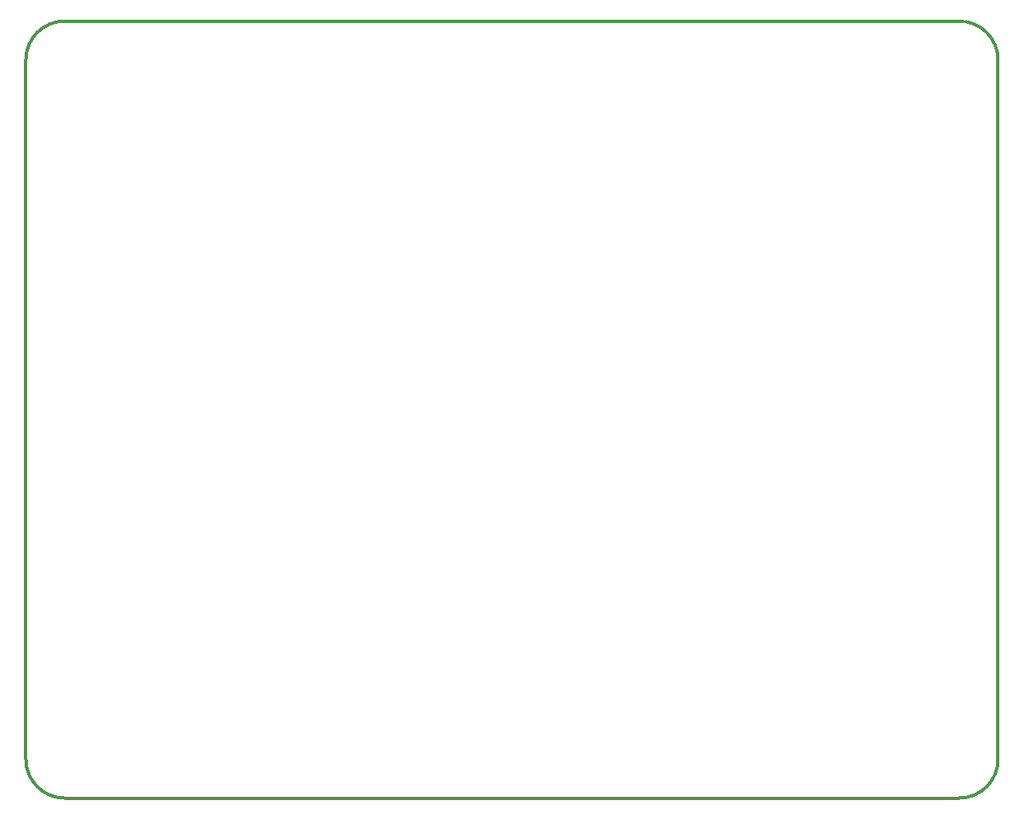
<source format=gbr>
%TF.GenerationSoftware,KiCad,Pcbnew,(6.0.7)*%
%TF.CreationDate,2022-10-04T16:49:08-03:00*%
%TF.ProjectId,Placa_Desenvolvimento_NuttX,506c6163-615f-4446-9573-656e766f6c76,rev?*%
%TF.SameCoordinates,Original*%
%TF.FileFunction,Profile,NP*%
%FSLAX46Y46*%
G04 Gerber Fmt 4.6, Leading zero omitted, Abs format (unit mm)*
G04 Created by KiCad (PCBNEW (6.0.7)) date 2022-10-04 16:49:08*
%MOMM*%
%LPD*%
G01*
G04 APERTURE LIST*
%TA.AperFunction,Profile*%
%ADD10C,0.300000*%
%TD*%
G04 APERTURE END LIST*
D10*
X100332000Y-139240000D02*
G75*
G03*
X104332000Y-143240000I4000000J0D01*
G01*
X196332000Y-143240000D02*
G75*
G03*
X200332000Y-139240000I0J4000000D01*
G01*
X104332000Y-63240000D02*
X196332000Y-63240000D01*
X200332000Y-67240000D02*
X200332000Y-139240000D01*
X104332000Y-143240000D02*
X196332000Y-143240000D01*
X100332000Y-139240000D02*
X100332000Y-67240000D01*
X104332000Y-63240000D02*
G75*
G03*
X100332000Y-67240000I0J-4000000D01*
G01*
X200332000Y-67240000D02*
G75*
G03*
X196332000Y-63240000I-4000000J0D01*
G01*
M02*

</source>
